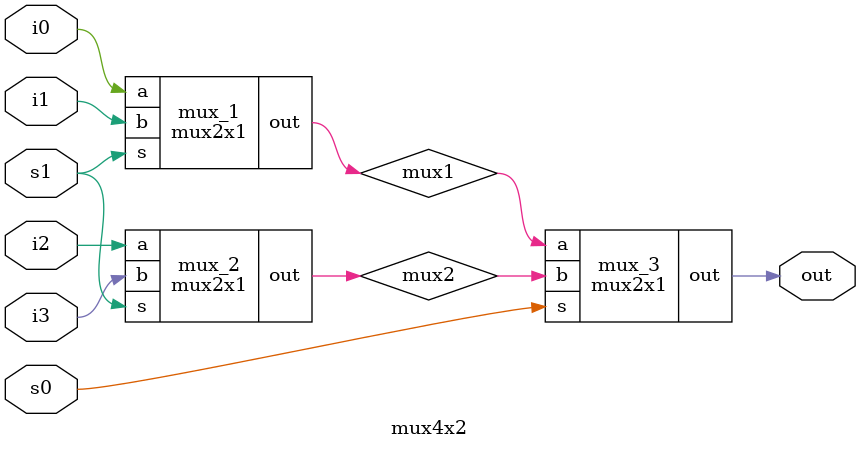
<source format=sv>
module mux2x1(out,a,b,s);
  input a,b,s;
  wire and_1,and_2,s_c;
  output out;
  not (s_c,s);
  and (and_1,a,s_c);
  and (and_2,b,s);
  or (out,and_1,and_2);
endmodule


module mux4x2(out,i0,i1,i2,i3,s1,s0);
  input i0,i1,i2,i3,s1,s0;
  output out;
  wire mux1,mux2;
  mux2x1 mux_1(mux1,i0,i1,s1);
  mux2x1 mux_2(mux2,i2,i3,s1);
  mux2x1 mux_3(out,mux1,mux2,s0);
endmodule

</source>
